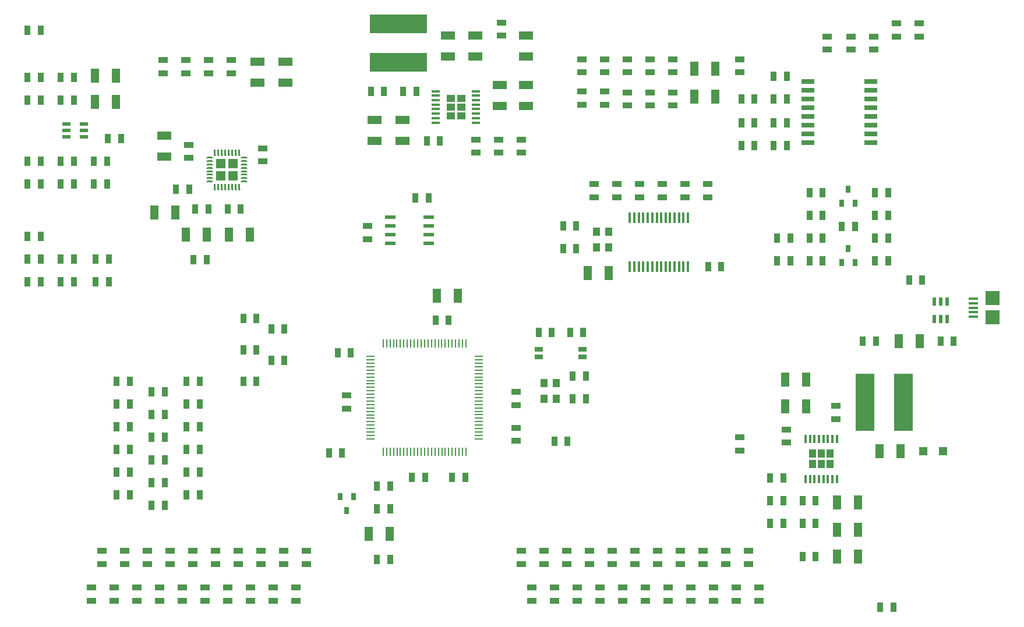
<source format=gtp>
G04 (created by PCBNEW (2013-03-19 BZR 4004)-stable) date 7/29/2015 2:41:24 PM*
%MOIN*%
G04 Gerber Fmt 3.4, Leading zero omitted, Abs format*
%FSLAX34Y34*%
G01*
G70*
G90*
G04 APERTURE LIST*
%ADD10C,0.007*%
%ADD11R,0.055X0.015*%
%ADD12R,0.08X0.08*%
%ADD13R,0.01X0.05*%
%ADD14R,0.05X0.01*%
%ADD15R,0.035X0.055*%
%ADD16R,0.055X0.035*%
%ADD17R,0.016X0.06*%
%ADD18R,0.075X0.025*%
%ADD19R,0.05X0.025*%
%ADD20R,0.04X0.05*%
%ADD21O,0.01X0.04*%
%ADD22O,0.04X0.01*%
%ADD23R,0.055X0.055*%
%ADD24R,0.06X0.02*%
%ADD25R,0.05X0.05*%
%ADD26R,0.325X0.105*%
%ADD27R,0.105X0.325*%
%ADD28R,0.03X0.04*%
%ADD29R,0.08X0.05*%
%ADD30R,0.05X0.08*%
%ADD31R,0.05X0.022*%
%ADD32R,0.022X0.05*%
%ADD33R,0.015X0.05*%
%ADD34R,0.05X0.015*%
%ADD35R,0.05X0.04*%
G04 APERTURE END LIST*
G54D10*
G54D11*
X60770Y-18910D03*
X60770Y-18660D03*
X60770Y-18400D03*
X60770Y-18140D03*
X60770Y-17890D03*
G54D12*
X61850Y-18950D03*
X61850Y-17850D03*
G54D13*
X26990Y-20450D03*
X31710Y-20450D03*
X31510Y-20450D03*
X31320Y-20450D03*
X31120Y-20450D03*
X30920Y-20450D03*
X30730Y-20450D03*
X30530Y-20450D03*
X30330Y-20450D03*
X30140Y-20450D03*
X29940Y-20450D03*
X29740Y-20450D03*
X29540Y-20450D03*
X29350Y-20450D03*
X29150Y-20450D03*
X28950Y-20450D03*
X28760Y-20450D03*
X28560Y-20450D03*
X28360Y-20450D03*
X28170Y-20450D03*
X27970Y-20450D03*
X27770Y-20450D03*
X27580Y-20450D03*
X27380Y-20450D03*
X27180Y-20450D03*
G54D14*
X32450Y-21190D03*
X32450Y-25910D03*
X32450Y-25710D03*
X32450Y-25520D03*
X32450Y-25320D03*
X32450Y-25120D03*
X32450Y-24930D03*
X32450Y-24730D03*
X32450Y-24530D03*
X32450Y-24340D03*
X32450Y-24140D03*
X32450Y-23940D03*
X32450Y-23740D03*
X32450Y-23550D03*
X32450Y-23350D03*
X32450Y-23150D03*
X32450Y-22960D03*
X32450Y-22760D03*
X32450Y-22560D03*
X32450Y-22370D03*
X32450Y-22170D03*
X32450Y-21970D03*
X32450Y-21780D03*
X32450Y-21580D03*
X32450Y-21380D03*
X26250Y-21190D03*
X26250Y-21390D03*
X26250Y-21580D03*
X26250Y-21780D03*
X26250Y-21980D03*
X26250Y-22170D03*
X26250Y-22370D03*
X26250Y-22570D03*
X26250Y-22760D03*
X26250Y-22960D03*
X26250Y-23160D03*
X26250Y-23360D03*
X26250Y-23550D03*
X26250Y-23750D03*
X26250Y-23950D03*
X26250Y-24140D03*
X26250Y-24340D03*
X26250Y-24540D03*
X26250Y-24730D03*
X26250Y-24930D03*
X26250Y-25130D03*
X26250Y-25320D03*
X26250Y-25520D03*
X26250Y-25720D03*
X26250Y-25910D03*
G54D13*
X26990Y-26650D03*
X27190Y-26650D03*
X27380Y-26650D03*
X27580Y-26650D03*
X27780Y-26650D03*
X27970Y-26650D03*
X28170Y-26650D03*
X28370Y-26650D03*
X28560Y-26650D03*
X28760Y-26650D03*
X28960Y-26650D03*
X29160Y-26650D03*
X29350Y-26650D03*
X29550Y-26650D03*
X29750Y-26650D03*
X29940Y-26650D03*
X30140Y-26650D03*
X30340Y-26650D03*
X30530Y-26650D03*
X30730Y-26650D03*
X30930Y-26650D03*
X31120Y-26650D03*
X31320Y-26650D03*
X31520Y-26650D03*
X31710Y-26650D03*
G54D15*
X14475Y-25800D03*
X13725Y-25800D03*
X14475Y-23200D03*
X13725Y-23200D03*
X12475Y-27800D03*
X11725Y-27800D03*
X12475Y-25200D03*
X11725Y-25200D03*
X12475Y-22600D03*
X11725Y-22600D03*
X13725Y-29700D03*
X14475Y-29700D03*
X13725Y-27100D03*
X14475Y-27100D03*
X13725Y-24500D03*
X14475Y-24500D03*
X11725Y-29100D03*
X12475Y-29100D03*
X11725Y-26500D03*
X12475Y-26500D03*
G54D16*
X22600Y-32325D03*
X22600Y-33075D03*
X22000Y-34425D03*
X22000Y-35175D03*
G54D15*
X14475Y-28400D03*
X13725Y-28400D03*
G54D16*
X10300Y-35175D03*
X10300Y-34425D03*
X11600Y-35175D03*
X11600Y-34425D03*
X12900Y-35175D03*
X12900Y-34425D03*
G54D15*
X53975Y-13750D03*
X53225Y-13750D03*
X51375Y-15700D03*
X52125Y-15700D03*
G54D16*
X14200Y-35175D03*
X14200Y-34425D03*
X15500Y-35175D03*
X15500Y-34425D03*
X16800Y-35175D03*
X16800Y-34425D03*
X18100Y-35175D03*
X18100Y-34425D03*
X19400Y-35175D03*
X19400Y-34425D03*
G54D15*
X55125Y-15700D03*
X55875Y-15700D03*
X30725Y-19100D03*
X29975Y-19100D03*
X26625Y-28600D03*
X27375Y-28600D03*
X37825Y-23600D03*
X38575Y-23600D03*
X37825Y-22300D03*
X38575Y-22300D03*
X57075Y-16800D03*
X57825Y-16800D03*
X59625Y-20300D03*
X58875Y-20300D03*
G54D16*
X47400Y-4175D03*
X47400Y-4925D03*
X39650Y-4175D03*
X39650Y-4925D03*
G54D15*
X54425Y-20300D03*
X55175Y-20300D03*
G54D16*
X43550Y-4925D03*
X43550Y-4175D03*
X38350Y-4175D03*
X38350Y-4925D03*
X38350Y-6775D03*
X38350Y-6025D03*
G54D15*
X55875Y-14400D03*
X55125Y-14400D03*
G54D16*
X42250Y-4175D03*
X42250Y-4925D03*
X42250Y-6825D03*
X42250Y-6075D03*
X40950Y-6825D03*
X40950Y-6075D03*
X39650Y-6775D03*
X39650Y-6025D03*
X40950Y-4175D03*
X40950Y-4925D03*
X43550Y-6075D03*
X43550Y-6825D03*
G54D15*
X21325Y-19600D03*
X20575Y-19600D03*
X18975Y-19000D03*
X19725Y-19000D03*
X18975Y-22600D03*
X19725Y-22600D03*
G54D16*
X47900Y-32325D03*
X47900Y-33075D03*
X46600Y-32325D03*
X46600Y-33075D03*
X45300Y-32325D03*
X45300Y-33075D03*
X44000Y-32325D03*
X44000Y-33075D03*
X42700Y-32325D03*
X42700Y-33075D03*
X41400Y-32325D03*
X41400Y-33075D03*
X40100Y-32325D03*
X40100Y-33075D03*
X38800Y-32325D03*
X38800Y-33075D03*
G54D15*
X51375Y-11800D03*
X52125Y-11800D03*
G54D16*
X20700Y-35175D03*
X20700Y-34425D03*
G54D15*
X49525Y-14400D03*
X50275Y-14400D03*
G54D16*
X37500Y-32325D03*
X37500Y-33075D03*
G54D15*
X11725Y-23900D03*
X12475Y-23900D03*
G54D16*
X36200Y-32325D03*
X36200Y-33075D03*
G54D15*
X15725Y-22600D03*
X16475Y-22600D03*
X15725Y-25200D03*
X16475Y-25200D03*
G54D16*
X34900Y-32325D03*
X34900Y-33075D03*
G54D15*
X16475Y-29100D03*
X15725Y-29100D03*
X16475Y-26500D03*
X15725Y-26500D03*
X16475Y-23900D03*
X15725Y-23900D03*
G54D16*
X48500Y-35175D03*
X48500Y-34425D03*
G54D15*
X15725Y-27800D03*
X16475Y-27800D03*
X51375Y-13100D03*
X52125Y-13100D03*
G54D16*
X21300Y-32325D03*
X21300Y-33075D03*
X20000Y-32325D03*
X20000Y-33075D03*
G54D15*
X51375Y-14400D03*
X52125Y-14400D03*
G54D16*
X18700Y-32325D03*
X18700Y-33075D03*
X17400Y-32325D03*
X17400Y-33075D03*
X16100Y-32325D03*
X16100Y-33075D03*
X14800Y-32325D03*
X14800Y-33075D03*
X13500Y-32325D03*
X13500Y-33075D03*
X12200Y-32325D03*
X12200Y-33075D03*
X10900Y-32325D03*
X10900Y-33075D03*
X35500Y-35175D03*
X35500Y-34425D03*
X34600Y-26025D03*
X34600Y-25275D03*
G54D15*
X21325Y-21400D03*
X20575Y-21400D03*
G54D16*
X36800Y-35175D03*
X36800Y-34425D03*
X38100Y-35175D03*
X38100Y-34425D03*
G54D15*
X55875Y-11800D03*
X55125Y-11800D03*
X55125Y-13100D03*
X55875Y-13100D03*
G54D16*
X39400Y-35175D03*
X39400Y-34425D03*
X40700Y-35175D03*
X40700Y-34425D03*
X42000Y-35175D03*
X42000Y-34425D03*
X43300Y-35175D03*
X43300Y-34425D03*
X44600Y-35175D03*
X44600Y-34425D03*
X45900Y-35175D03*
X45900Y-34425D03*
X47200Y-35175D03*
X47200Y-34425D03*
G54D15*
X19725Y-20800D03*
X18975Y-20800D03*
X49525Y-15700D03*
X50275Y-15700D03*
X29475Y-8850D03*
X30225Y-8850D03*
X48225Y-9100D03*
X47475Y-9100D03*
G54D16*
X40350Y-12075D03*
X40350Y-11325D03*
X41650Y-12075D03*
X41650Y-11325D03*
X42950Y-12075D03*
X42950Y-11325D03*
G54D15*
X37275Y-15000D03*
X38025Y-15000D03*
G54D16*
X44250Y-12075D03*
X44250Y-11325D03*
X45550Y-12075D03*
X45550Y-11325D03*
G54D15*
X37275Y-13700D03*
X38025Y-13700D03*
G54D16*
X39050Y-12075D03*
X39050Y-11325D03*
G54D15*
X6625Y-15600D03*
X7375Y-15600D03*
G54D16*
X52400Y-3625D03*
X52400Y-2875D03*
X57650Y-2125D03*
X57650Y-2875D03*
X56350Y-2125D03*
X56350Y-2875D03*
X53750Y-2875D03*
X53750Y-3625D03*
X55050Y-2875D03*
X55050Y-3625D03*
G54D15*
X48225Y-7800D03*
X47475Y-7800D03*
X49325Y-5150D03*
X50075Y-5150D03*
X49325Y-6450D03*
X50075Y-6450D03*
X50075Y-9100D03*
X49325Y-9100D03*
X48225Y-6450D03*
X47475Y-6450D03*
X50075Y-7800D03*
X49325Y-7800D03*
G54D16*
X26100Y-14475D03*
X26100Y-13725D03*
G54D15*
X26625Y-32800D03*
X27375Y-32800D03*
X45575Y-16050D03*
X46325Y-16050D03*
X51725Y-29450D03*
X50975Y-29450D03*
X50975Y-30750D03*
X51725Y-30750D03*
G54D16*
X47400Y-25825D03*
X47400Y-26575D03*
G54D15*
X50975Y-32650D03*
X51725Y-32650D03*
G54D16*
X33750Y-2075D03*
X33750Y-2825D03*
G54D15*
X27025Y-6000D03*
X26275Y-6000D03*
X36775Y-26050D03*
X37525Y-26050D03*
X49125Y-29450D03*
X49875Y-29450D03*
X49125Y-28150D03*
X49875Y-28150D03*
G54D16*
X52900Y-24775D03*
X52900Y-24025D03*
X50050Y-25375D03*
X50050Y-26125D03*
X33600Y-9525D03*
X33600Y-8775D03*
X32300Y-9525D03*
X32300Y-8775D03*
X34900Y-8775D03*
X34900Y-9525D03*
G54D15*
X28875Y-6000D03*
X28125Y-6000D03*
X49875Y-30750D03*
X49125Y-30750D03*
X15125Y-11600D03*
X15875Y-11600D03*
X18075Y-12750D03*
X18825Y-12750D03*
X29575Y-12100D03*
X28825Y-12100D03*
X16225Y-12750D03*
X16975Y-12750D03*
X11175Y-10000D03*
X10425Y-10000D03*
X11175Y-11300D03*
X10425Y-11300D03*
X27375Y-29900D03*
X26625Y-29900D03*
X24375Y-20990D03*
X25125Y-20990D03*
X24625Y-26700D03*
X23875Y-26700D03*
X55425Y-35550D03*
X56175Y-35550D03*
X35875Y-19800D03*
X36625Y-19800D03*
X37675Y-19800D03*
X38425Y-19800D03*
G54D16*
X34600Y-23225D03*
X34600Y-23975D03*
X24900Y-23425D03*
X24900Y-24175D03*
G54D15*
X28625Y-28100D03*
X29375Y-28100D03*
X30925Y-28100D03*
X31675Y-28100D03*
X11975Y-8700D03*
X11225Y-8700D03*
X6625Y-16900D03*
X7375Y-16900D03*
X7375Y-14300D03*
X6625Y-14300D03*
X9275Y-16900D03*
X8525Y-16900D03*
X9275Y-15600D03*
X8525Y-15600D03*
X6625Y-2500D03*
X7375Y-2500D03*
X11275Y-16900D03*
X10525Y-16900D03*
X10525Y-15600D03*
X11275Y-15600D03*
X6625Y-11300D03*
X7375Y-11300D03*
X7375Y-10000D03*
X6625Y-10000D03*
X6625Y-6500D03*
X7375Y-6500D03*
X7375Y-5200D03*
X6625Y-5200D03*
X8525Y-6500D03*
X9275Y-6500D03*
X16125Y-15650D03*
X16875Y-15650D03*
G54D16*
X15850Y-9075D03*
X15850Y-9825D03*
X18300Y-4225D03*
X18300Y-4975D03*
X17000Y-4225D03*
X17000Y-4975D03*
X15700Y-4225D03*
X15700Y-4975D03*
X14400Y-4225D03*
X14400Y-4975D03*
G54D15*
X8525Y-10000D03*
X9275Y-10000D03*
G54D16*
X20100Y-9275D03*
X20100Y-10025D03*
G54D15*
X8525Y-5200D03*
X9275Y-5200D03*
X8525Y-11300D03*
X9275Y-11300D03*
G54D17*
X41100Y-16050D03*
X41350Y-16050D03*
X41610Y-16050D03*
X41870Y-16050D03*
X42120Y-16050D03*
X42380Y-16050D03*
X42640Y-16050D03*
X42890Y-16050D03*
X43150Y-16050D03*
X43400Y-16050D03*
X43660Y-16050D03*
X43920Y-16050D03*
X44170Y-16050D03*
X44430Y-16050D03*
X44430Y-13250D03*
X44170Y-13250D03*
X43930Y-13250D03*
X43660Y-13250D03*
X43400Y-13250D03*
X43150Y-13250D03*
X42890Y-13250D03*
X42640Y-13250D03*
X42380Y-13250D03*
X42120Y-13250D03*
X41870Y-13250D03*
X41610Y-13250D03*
X41350Y-13250D03*
X41100Y-13250D03*
G54D18*
X51300Y-5450D03*
X51300Y-5950D03*
X51300Y-6450D03*
X51300Y-6950D03*
X51300Y-7450D03*
X51300Y-7950D03*
X51300Y-8450D03*
X51300Y-8950D03*
X54900Y-8950D03*
X54900Y-8450D03*
X54900Y-7950D03*
X54900Y-7450D03*
X54900Y-6950D03*
X54900Y-6450D03*
X54900Y-5950D03*
X54900Y-5450D03*
G54D19*
X35900Y-21230D03*
X38400Y-21230D03*
X38400Y-20770D03*
X35900Y-20770D03*
G54D20*
X36200Y-22700D03*
X36200Y-23600D03*
X36900Y-23600D03*
X36900Y-22700D03*
X39200Y-14050D03*
X39200Y-14950D03*
X39900Y-14950D03*
X39900Y-14050D03*
G54D21*
X18542Y-11484D03*
X18345Y-11484D03*
X18148Y-11484D03*
X18739Y-11484D03*
G54D22*
X19034Y-11189D03*
X19034Y-10992D03*
X19034Y-10795D03*
X19034Y-10598D03*
X19034Y-10402D03*
X19034Y-10205D03*
X19034Y-10008D03*
X19034Y-9811D03*
G54D21*
X17361Y-9516D03*
X18739Y-9516D03*
X18542Y-9516D03*
X18345Y-9516D03*
X18148Y-9516D03*
X17952Y-9516D03*
X17755Y-9516D03*
X17558Y-9516D03*
G54D22*
X17066Y-9811D03*
X17066Y-10008D03*
X17066Y-10205D03*
X17066Y-10402D03*
X17066Y-10598D03*
X17066Y-10795D03*
X17066Y-10992D03*
X17066Y-11189D03*
G54D21*
X17361Y-11484D03*
X17558Y-11484D03*
X17755Y-11484D03*
X17952Y-11484D03*
G54D23*
X18400Y-10850D03*
X17700Y-10850D03*
X18400Y-10150D03*
X17700Y-10150D03*
G54D24*
X29600Y-13200D03*
X29600Y-13700D03*
X29600Y-14200D03*
X29600Y-14700D03*
X27400Y-14700D03*
X27400Y-14200D03*
X27400Y-13700D03*
X27400Y-13200D03*
G54D25*
X57880Y-26600D03*
X59020Y-26600D03*
G54D26*
X27850Y-4350D03*
X27850Y-2150D03*
G54D27*
X54550Y-23800D03*
X56750Y-23800D03*
G54D28*
X53600Y-15000D03*
X53975Y-15800D03*
X53225Y-15800D03*
X53600Y-11600D03*
X53975Y-12400D03*
X53225Y-12400D03*
X24900Y-30000D03*
X24525Y-29200D03*
X25275Y-29200D03*
G54D29*
X35150Y-2800D03*
X35150Y-4000D03*
G54D30*
X26150Y-31350D03*
X27350Y-31350D03*
X39900Y-16400D03*
X38700Y-16400D03*
X56600Y-26600D03*
X55400Y-26600D03*
X51200Y-24050D03*
X50000Y-24050D03*
X52950Y-31100D03*
X54150Y-31100D03*
X52950Y-32650D03*
X54150Y-32650D03*
X56500Y-20300D03*
X57700Y-20300D03*
X51200Y-22500D03*
X50000Y-22500D03*
X44800Y-4700D03*
X46000Y-4700D03*
X44800Y-6300D03*
X46000Y-6300D03*
G54D29*
X35150Y-6850D03*
X35150Y-5650D03*
X33650Y-6850D03*
X33650Y-5650D03*
X28100Y-7650D03*
X28100Y-8850D03*
X30700Y-2800D03*
X30700Y-4000D03*
X21400Y-4300D03*
X21400Y-5500D03*
X19800Y-4300D03*
X19800Y-5500D03*
G54D30*
X18150Y-14200D03*
X19350Y-14200D03*
X15700Y-14200D03*
X16900Y-14200D03*
G54D29*
X14450Y-8550D03*
X14450Y-9750D03*
G54D30*
X11700Y-6600D03*
X10500Y-6600D03*
X11700Y-5100D03*
X10500Y-5100D03*
X52950Y-29550D03*
X54150Y-29550D03*
X13900Y-12950D03*
X15100Y-12950D03*
G54D29*
X26500Y-7650D03*
X26500Y-8850D03*
G54D31*
X9850Y-7880D03*
X9850Y-8250D03*
X9850Y-8620D03*
X8850Y-8620D03*
X8850Y-8250D03*
X8850Y-7880D03*
G54D32*
X59270Y-19050D03*
X58900Y-19050D03*
X58530Y-19050D03*
X58530Y-18050D03*
X58900Y-18050D03*
X59270Y-18050D03*
G54D29*
X32250Y-2800D03*
X32250Y-4000D03*
G54D33*
X52950Y-28200D03*
X52430Y-28200D03*
X52180Y-28200D03*
X51920Y-28200D03*
X51670Y-28200D03*
X51410Y-28200D03*
X51150Y-28200D03*
X51150Y-25900D03*
X51410Y-25900D03*
X51670Y-25900D03*
X51920Y-25900D03*
X52180Y-25900D03*
X52430Y-25900D03*
X52690Y-25900D03*
X52950Y-25900D03*
X52690Y-28200D03*
G54D20*
X52050Y-27350D03*
X51550Y-27350D03*
X52550Y-27350D03*
X52050Y-26750D03*
X51550Y-26750D03*
X52550Y-26750D03*
G54D34*
X32300Y-6000D03*
X32300Y-6520D03*
X32300Y-6770D03*
X32300Y-7030D03*
X32300Y-7280D03*
X32300Y-7540D03*
X32300Y-7800D03*
X30000Y-7800D03*
X30000Y-7540D03*
X30000Y-7280D03*
X30000Y-7030D03*
X30000Y-6770D03*
X30000Y-6520D03*
X30000Y-6260D03*
X30000Y-6000D03*
X32300Y-6260D03*
G54D35*
X31450Y-6900D03*
X31450Y-7400D03*
X31450Y-6400D03*
X30850Y-6900D03*
X30850Y-7400D03*
X30850Y-6400D03*
G54D30*
X31250Y-17700D03*
X30050Y-17700D03*
M02*

</source>
